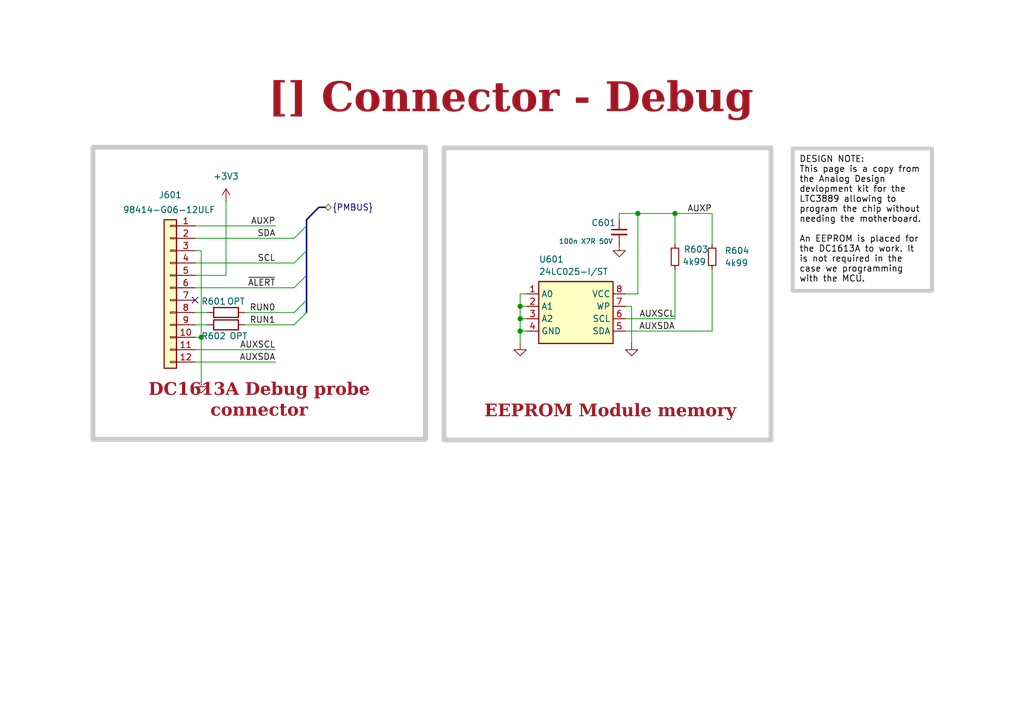
<source format=kicad_sch>
(kicad_sch (version 20231120) (generator "eeschema") (generator_version "8.0")
  (paper "A5")
  (title_block (title "Connector - Debug") (date "Last Modified Date") (rev "${REVISION}") (company "${COMPANY}"))
  (lib_symbols
    (symbol "Connector_Generic:Conn_01x12" (pin_names (offset 1.016) hide)
      (property "Reference" "J" (at 0 15.24 0))
      (property "Value" "Conn_01x12" (at 0 -17.78 0))
      (symbol "Conn_01x12_1_1"
        (rectangle (start -1.27 -15.113) (end 0 -15.367) (stroke (width 0.1524)))
        (rectangle (start -1.27 -12.573) (end 0 -12.827) (stroke (width 0.1524)))
        (rectangle (start -1.27 -10.033) (end 0 -10.287) (stroke (width 0.1524)))
        (rectangle (start -1.27 -7.493) (end 0 -7.747) (stroke (width 0.1524)))
        (rectangle (start -1.27 -4.953) (end 0 -5.207) (stroke (width 0.1524)))
        (rectangle (start -1.27 -2.413) (end 0 -2.667) (stroke (width 0.1524)))
        (rectangle (start -1.27 0.127) (end 0 -0.127) (stroke (width 0.1524)))
        (rectangle (start -1.27 2.667) (end 0 2.413) (stroke (width 0.1524)))
        (rectangle (start -1.27 5.207) (end 0 4.953) (stroke (width 0.1524)))
        (rectangle (start -1.27 7.747) (end 0 7.493) (stroke (width 0.1524)))
        (rectangle (start -1.27 10.287) (end 0 10.033) (stroke (width 0.1524)))
        (rectangle (start -1.27 12.827) (end 0 12.573) (stroke (width 0.1524)))
        (rectangle (start -1.27 13.97) (end 1.27 -16.51) (stroke (width 0.254)) (fill (type background)))
        (pin passive line (at -5.08 12.7 0) (length 3.81) (name "Pin_1") (number "1"))
        (pin passive line (at -5.08 -10.16 0) (length 3.81) (name "Pin_10") (number "10"))
        (pin passive line (at -5.08 -12.7 0) (length 3.81) (name "Pin_11") (number "11"))
        (pin passive line (at -5.08 -15.24 0) (length 3.81) (name "Pin_12") (number "12"))
        (pin passive line (at -5.08 10.16 0) (length 3.81) (name "Pin_2") (number "2"))
        (pin passive line (at -5.08 7.62 0) (length 3.81) (name "Pin_3") (number "3"))
        (pin passive line (at -5.08 5.08 0) (length 3.81) (name "Pin_4") (number "4"))
        (pin passive line (at -5.08 2.54 0) (length 3.81) (name "Pin_5") (number "5"))
        (pin passive line (at -5.08 0 0) (length 3.81) (name "Pin_6") (number "6"))
        (pin passive line (at -5.08 -2.54 0) (length 3.81) (name "Pin_7") (number "7"))
        (pin passive line (at -5.08 -5.08 0) (length 3.81) (name "Pin_8") (number "8"))
        (pin passive line (at -5.08 -7.62 0) (length 3.81) (name "Pin_9") (number "9"))
      )
    )
    (symbol "Device:C_Small" (pin_numbers hide) (pin_names (offset 0.254) hide)
      (property "Reference" "C" (at 0.254 1.778 0))
      (property "Value" "C_Small" (at 0.254 -2.032 0))
      (symbol "C_Small_0_1"
        (polyline (pts (xy -1.524 -0.508) (xy 1.524 -0.508)) (stroke (width 0.3302)))
        (polyline (pts (xy -1.524 0.508) (xy 1.524 0.508)) (stroke (width 0.3048)))
      )
      (symbol "C_Small_1_1"
        (pin passive line (at 0 2.54 270) (length 2.032) (name "~") (number "1"))
        (pin passive line (at 0 -2.54 90) (length 2.032) (name "~") (number "2"))
      )
    )
    (symbol "Device:R" (pin_numbers hide) (pin_names (offset 0))
      (property "Reference" "R" (at 2.032 0 90))
      (property "Value" "R" (at 0 0 90))
      (symbol "R_0_1"
        (rectangle (start -1.016 -2.54) (end 1.016 2.54) (stroke (width 0.254)))
      )
      (symbol "R_1_1"
        (pin passive line (at 0 3.81 270) (length 1.27) (name "~") (number "1"))
        (pin passive line (at 0 -3.81 90) (length 1.27) (name "~") (number "2"))
      )
    )
    (symbol "Device:R_Small" (pin_numbers hide) (pin_names (offset 0.254) hide)
      (property "Reference" "R" (at 0.762 0.508 0))
      (property "Value" "R_Small" (at 0.762 -1.016 0))
      (symbol "R_Small_0_1"
        (rectangle (start -0.762 1.778) (end 0.762 -1.778) (stroke (width 0.2032)))
      )
      (symbol "R_Small_1_1"
        (pin passive line (at 0 2.54 270) (length 0.762) (name "~") (number "1"))
        (pin passive line (at 0 -2.54 90) (length 0.762) (name "~") (number "2"))
      )
    )
    (symbol "Memory_EEPROM:24LC02"
      (property "Reference" "U1" (at -7.62 9.652 0))
      (property "Value" "24LC025-I/ST" (at -7.62 7.112 0))
      (symbol "24LC02_1_1"
        (rectangle (start -7.62 5.08) (end 7.62 -7.62) (stroke (width 0.254)) (fill (type background)))
        (pin input line (at -10.16 2.54 0) (length 2.54) (name "A0") (number "1"))
        (pin input line (at -10.16 0 0) (length 2.54) (name "A1") (number "2"))
        (pin input line (at -10.16 -2.54 0) (length 2.54) (name "A2") (number "3"))
        (pin power_in line (at -10.16 -5.08 0) (length 2.54) (name "GND") (number "4"))
        (pin bidirectional line (at 10.16 -5.08 180) (length 2.54) (name "SDA") (number "5"))
        (pin input line (at 10.16 -2.54 180) (length 2.54) (name "SCL") (number "6"))
        (pin input line (at 10.16 0 180) (length 2.54) (name "WP") (number "7"))
        (pin power_in line (at 10.16 2.54 180) (length 2.54) (name "VCC") (number "8"))
      )
    )
    (symbol "power:+3V3" (power) (pin_numbers hide) (pin_names (offset 0) hide)
      (property "Value" "+3V3" (at 0 3.556 0))
      (symbol "+3V3_0_1"
        (polyline (pts (xy -0.762 1.27) (xy 0 2.54)))
        (polyline (pts (xy 0 0) (xy 0 2.54)))
        (polyline (pts (xy 0 2.54) (xy 0.762 1.27)))
      )
      (symbol "+3V3_1_1"
        (pin power_in line (at 0 0 90) (length 0) (name "~") (number "1"))
      )
    )
    (symbol "power:GND" (power) (pin_numbers hide) (pin_names (offset 0) hide)
      (property "Value" "GND" (at 0 -3.81 0))
      (symbol "GND_0_1"
        (polyline (pts (xy 0 0) (xy 0 -1.27) (xy 1.27 -1.27) (xy 0 -2.54) (xy -1.27 -1.27) (xy 0 -1.27)))
      )
      (symbol "GND_1_1"
        (pin power_in line (at 0 0 270) (length 0) (name "~") (number "1"))
      )
    )
  )
  (junction (at 138.43 43.815))
  (junction (at 106.68 65.405))
  (junction (at 106.68 62.865))
  (junction (at 41.275 69.215))
  (junction (at 106.68 67.945))
  (junction (at 130.81 43.815))
  (no_connect (at 40.005 61.595))
  (bus_entry (at 60.325 66.675) (size 2.54 -2.54))
  (bus_entry (at 60.325 64.135) (size 2.54 -2.54))
  (bus_entry (at 60.325 59.055) (size 2.54 -2.54))
  (bus_entry (at 60.325 53.975) (size 2.54 -2.54))
  (bus_entry (at 60.325 48.895) (size 2.54 -2.54))
  (wire (pts (xy 46.355 41.275) (xy 46.355 56.515)))
  (wire (pts (xy 106.68 65.405) (xy 106.68 67.945)))
  (wire (pts (xy 107.95 60.325) (xy 106.68 60.325)))
  (wire (pts (xy 41.275 51.435) (xy 41.275 69.215)))
  (bus (pts (xy 62.865 46.355) (xy 62.865 51.435)))
  (bus (pts (xy 62.865 45.085) (xy 62.865 46.355)))
  (wire (pts (xy 106.68 62.865) (xy 107.95 62.865)))
  (wire (pts (xy 129.54 70.485) (xy 129.54 62.865)))
  (wire (pts (xy 130.81 43.815) (xy 127 43.815)))
  (wire (pts (xy 40.005 48.895) (xy 60.325 48.895)))
  (bus (pts (xy 65.405 42.545) (xy 62.865 45.085)))
  (wire (pts (xy 107.95 67.945) (xy 106.68 67.945)))
  (wire (pts (xy 106.68 62.865) (xy 106.68 65.405)))
  (wire (pts (xy 106.68 65.405) (xy 107.95 65.405)))
  (bus (pts (xy 62.865 61.595) (xy 62.865 64.135)))
  (wire (pts (xy 130.81 43.815) (xy 130.81 60.325)))
  (wire (pts (xy 106.68 60.325) (xy 106.68 62.865)))
  (wire (pts (xy 40.005 64.135) (xy 42.545 64.135)))
  (wire (pts (xy 138.43 50.165) (xy 138.43 43.815)))
  (wire (pts (xy 128.27 67.945) (xy 146.05 67.945)))
  (wire (pts (xy 106.68 67.945) (xy 106.68 70.485)))
  (wire (pts (xy 40.005 59.055) (xy 60.325 59.055)))
  (wire (pts (xy 40.005 69.215) (xy 41.275 69.215)))
  (wire (pts (xy 128.27 65.405) (xy 138.43 65.405)))
  (wire (pts (xy 50.165 66.675) (xy 60.325 66.675)))
  (wire (pts (xy 146.05 50.165) (xy 146.05 43.815)))
  (wire (pts (xy 146.05 43.815) (xy 138.43 43.815)))
  (wire (pts (xy 128.27 60.325) (xy 130.81 60.325)))
  (wire (pts (xy 40.005 46.355) (xy 56.515 46.355)))
  (wire (pts (xy 127 43.815) (xy 127 45.085)))
  (bus (pts (xy 62.865 56.515) (xy 62.865 61.595)))
  (wire (pts (xy 50.165 64.135) (xy 60.325 64.135)))
  (wire (pts (xy 138.43 55.245) (xy 138.43 65.405)))
  (wire (pts (xy 129.54 62.865) (xy 128.27 62.865)))
  (wire (pts (xy 40.005 51.435) (xy 41.275 51.435)))
  (wire (pts (xy 146.05 55.245) (xy 146.05 67.945)))
  (wire (pts (xy 40.005 56.515) (xy 46.355 56.515)))
  (wire (pts (xy 138.43 43.815) (xy 130.81 43.815)))
  (wire (pts (xy 40.005 66.675) (xy 42.545 66.675)))
  (wire (pts (xy 40.005 71.755) (xy 56.515 71.755)))
  (wire (pts (xy 40.005 53.975) (xy 60.325 53.975)))
  (bus (pts (xy 62.865 51.435) (xy 62.865 56.515)))
  (wire (pts (xy 40.005 74.295) (xy 56.515 74.295)))
  (bus (pts (xy 65.405 42.545) (xy 66.675 42.545)))
  (wire (pts (xy 41.275 69.215) (xy 41.275 78.105)))
  (rectangle (start 19.05 30.226) (end 87.249 90.17) (stroke (width 1) (color 200 200 200 1)))
  (rectangle (start 91.059 30.353) (end 158.115 90.297) (stroke (width 1) (color 200 200 200 1)))
  (text_box "DESIGN NOTE:\nThis page is a copy from the Analog Design devlopment kit for the LTC3889 allowing to program the chip without needing the motherboard. \n\nAn EEPROM is placed for the DC1613A to work. It is not required in the case we programming with the MCU." (at 162.56 30.48 0) (size 28.575 29.21) (stroke (width 0.8) (color 200 200 200 1)) (effects (font (size 1.27 1.27)) (justify left top)))
  (text_box "[${#}] ${TITLE}" (at 12.065 13.97 0) (size 185.42 12.7) (stroke (width -0.0001)) (effects (font (size 6 6) (thickness 1.2) (bold yes))))
  (text_box "DC1613A Debug probe connector" (at 19.05 80.01 0) (size 68.199 7.62) (stroke (width -0.0001)) (effects (font (size 2.54 2.54) (thickness 0.508) (bold yes)) (justify bottom)))
  (text_box "EEPROM Module memory" (at 91.567 80.137 0) (size 67.183 7.62) (stroke (width -0.0001)) (effects (font (size 2.54 2.54) (thickness 0.508) (bold yes)) (justify bottom)))
  (label "AUXSDA" (at 56.515 74.295 180))
  (label "SCL" (at 56.515 53.975 180))
  (label "RUN0" (at 56.515 64.135 180))
  (label "AUXP" (at 56.515 46.355 180))
  (label "RUN1" (at 56.515 66.675 180))
  (label "AUXP" (at 146.05 43.815 180))
  (label "AUXSCL" (at 56.515 71.755 180))
  (label "SDA" (at 56.515 48.895 180))
  (label "~{ALERT}" (at 56.515 59.055 180))
  (label "AUXSCL" (at 138.43 65.405 180))
  (label "AUXSDA" (at 138.43 67.945 180))
  (hierarchical_label "{PMBUS}" (shape bidirectional) (at 66.675 42.545 0))
  (symbol (lib_id "Device:R") (at 46.355 64.135 90) (unit 1)
    (property "Reference" "R601" (at 43.815 61.849 90))
    (property "Value" "OPT" (at 48.387 61.849 90))
    (property "Description" "Resistor" (effects (hide yes)))
  )
  (symbol (lib_id "Device:R_Small") (at 138.43 52.705 0) (unit 1)
    (property "Reference" "R603" (at 140.208 51.181 0) (effects (justify left)))
    (property "Value" "4k99" (at 139.954 53.721 0) (effects (justify left)))
    (property "Description" "Resistor, small symbol" (effects (hide yes)))
  )
  (symbol (lib_id "power:GND") (at 41.275 78.105 0) (unit 1)
    (property "Reference" "#PWR0601" (effects (hide yes)))
    (property "Value" "GND" (effects (hide yes)))
    (property "Description" "Power symbol creates a global label with name \"GND\" , ground" (effects (hide yes)))
  )
  (symbol (lib_id "Memory_EEPROM:24LC02") (at 118.11 62.865 0) (unit 1)
    (property "Reference" "U601" (at 110.49 53.213 0) (effects (justify left)))
    (property "Value" "24LC025-I/ST" (at 110.49 55.753 0) (effects (justify left)))
    (property "Datasheet" "http://ww1.microchip.com/downloads/en/DeviceDoc/21709c.pdf" (effects (hide yes)))
    (property "Description" "I2C Serial EEPROM, 2Kb, DIP-8/SOIC-8/TSSOP-8/DFN-8" (effects (hide yes)))
  )
  (symbol (lib_id "power:GND") (at 129.54 70.485 0) (unit 1)
    (property "Reference" "#PWR0605" (effects (hide yes)))
    (property "Value" "GND" (effects (hide yes)))
    (property "Description" "Power symbol creates a global label with name \"GND\" , ground" (effects (hide yes)))
  )
  (symbol (lib_id "Device:R") (at 46.355 66.675 90) (unit 1)
    (property "Reference" "R602" (at 43.815 68.961 90))
    (property "Value" "OPT" (at 48.895 68.961 90))
    (property "Description" "Resistor" (effects (hide yes)))
  )
  (symbol (lib_id "power:GND") (at 127 50.165 0) (unit 1)
    (property "Reference" "#PWR0604" (effects (hide yes)))
    (property "Value" "GND" (effects (hide yes)))
    (property "Description" "Power symbol creates a global label with name \"GND\" , ground" (effects (hide yes)))
  )
  (symbol (lib_id "power:GND") (at 106.68 70.485 0) (unit 1)
    (property "Reference" "#PWR0603" (effects (hide yes)))
    (property "Value" "GND" (effects (hide yes)))
    (property "Description" "Power symbol creates a global label with name \"GND\" , ground" (effects (hide yes)))
  )
  (symbol (lib_id "power:+3V3") (at 46.355 41.275 0) (unit 1)
    (property "Reference" "#PWR0602" (effects (hide yes)))
    (property "Value" "+3V3" (at 46.355 36.195 0))
    (property "Description" "Power symbol creates a global label with name \"+3V3\"" (effects (hide yes)))
  )
  (symbol (lib_id "Device:C_Small") (at 127 47.625 0) (mirror y) (unit 1)
    (property "Reference" "C601" (at 126.365 45.72 0) (effects (justify left)))
    (property "Value" "100n X7R 50V" (at 125.73 49.53 0) (effects (font (size 1 1)) (justify left)))
    (property "Footprint" "0_capacitor_smd:C_0402_1005_DensityHigh" (effects (hide yes)))
    (property "Datasheet" "https://search.murata.co.jp/Ceramy/image/img/A01X/G101/ENG/GCM155R71H104KE02-01.pdf" (effects (hide yes)))
    (property "Description" "0.1 µF ±10% 50V Ceramic Capacitor X7R 0402 (1005 Metric)" (effects (hide yes)))
    (property "Manufacturer" "Murata Electronics" (effects (hide yes)))
    (property "Manufacturer Part Number" "GCM155R71H104KE02J" (effects (hide yes)))
    (property "Supplier 1" "Digikey" (effects (hide yes)))
    (property "Supplier Part Number 1" "490-14514-1-ND" (effects (hide yes)))
  )
  (symbol (lib_id "Connector_Generic:Conn_01x12") (at 34.925 59.055 0) (mirror y) (unit 1)
    (property "Reference" "J601" (at 34.925 40.005 0))
    (property "Value" "98414-G06-12ULF" (at 34.671 43.053 0))
    (property "Description" "Generic connector, single row, 01x12, script generated (kicad-library-utils/schlib/autogen/connector/)" (effects (hide yes)))
  )
  (symbol (lib_id "Device:R_Small") (at 146.05 52.705 0) (unit 1)
    (property "Reference" "R604" (at 148.59 51.4349 0) (effects (justify left)))
    (property "Value" "4k99" (at 148.59 53.9749 0) (effects (justify left)))
    (property "Description" "Resistor, small symbol" (effects (hide yes)))
  )
)
</source>
